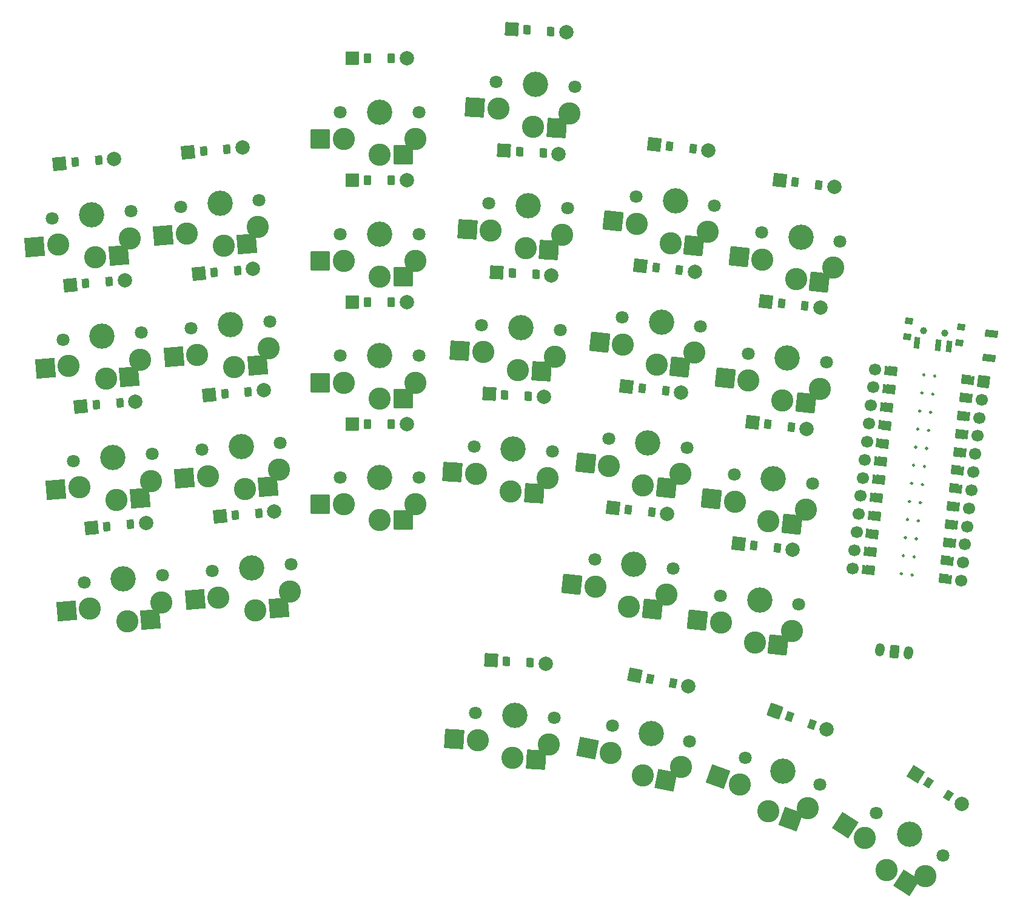
<source format=gbr>
%TF.GenerationSoftware,KiCad,Pcbnew,8.0.5-8.0.5-0~ubuntu22.04.1*%
%TF.CreationDate,2024-10-07T14:19:06+02:00*%
%TF.ProjectId,KeyboardV0,4b657962-6f61-4726-9456-302e6b696361,v1.0.0*%
%TF.SameCoordinates,Original*%
%TF.FileFunction,Soldermask,Bot*%
%TF.FilePolarity,Negative*%
%FSLAX46Y46*%
G04 Gerber Fmt 4.6, Leading zero omitted, Abs format (unit mm)*
G04 Created by KiCad (PCBNEW 8.0.5-8.0.5-0~ubuntu22.04.1) date 2024-10-07 14:19:06*
%MOMM*%
%LPD*%
G01*
G04 APERTURE LIST*
G04 Aperture macros list*
%AMRoundRect*
0 Rectangle with rounded corners*
0 $1 Rounding radius*
0 $2 $3 $4 $5 $6 $7 $8 $9 X,Y pos of 4 corners*
0 Add a 4 corners polygon primitive as box body*
4,1,4,$2,$3,$4,$5,$6,$7,$8,$9,$2,$3,0*
0 Add four circle primitives for the rounded corners*
1,1,$1+$1,$2,$3*
1,1,$1+$1,$4,$5*
1,1,$1+$1,$6,$7*
1,1,$1+$1,$8,$9*
0 Add four rect primitives between the rounded corners*
20,1,$1+$1,$2,$3,$4,$5,0*
20,1,$1+$1,$4,$5,$6,$7,0*
20,1,$1+$1,$6,$7,$8,$9,0*
20,1,$1+$1,$8,$9,$2,$3,0*%
%AMHorizOval*
0 Thick line with rounded ends*
0 $1 width*
0 $2 $3 position (X,Y) of the first rounded end (center of the circle)*
0 $4 $5 position (X,Y) of the second rounded end (center of the circle)*
0 Add line between two ends*
20,1,$1,$2,$3,$4,$5,0*
0 Add two circle primitives to create the rounded ends*
1,1,$1,$2,$3*
1,1,$1,$4,$5*%
%AMFreePoly0*
4,1,16,0.635355,1.035355,0.650000,1.000000,0.650000,-0.250000,0.635355,-0.285355,0.600000,-0.300000,-0.600000,-0.300000,-0.635355,-0.285355,-0.650000,-0.250000,-0.650000,1.000000,-0.635355,1.035355,-0.600000,1.050000,-0.564645,1.035355,0.000000,0.470710,0.564645,1.035355,0.599999,1.050000,0.635355,1.035355,0.635355,1.035355,$1*%
%AMFreePoly1*
4,1,14,0.635355,0.435355,0.650000,0.400000,0.650000,0.200000,0.635355,0.164645,0.035355,-0.435355,0.000000,-0.450000,-0.035355,-0.435355,-0.635356,0.164645,-0.650000,0.200000,-0.650000,0.400000,-0.635355,0.435355,-0.600000,0.450000,0.600000,0.450000,0.635355,0.435355,0.635355,0.435355,$1*%
G04 Aperture macros list end*
%ADD10C,0.250000*%
%ADD11C,0.100000*%
%ADD12C,3.529000*%
%ADD13C,1.801800*%
%ADD14C,3.100000*%
%ADD15RoundRect,0.050000X1.181751X1.408356X-1.408356X1.181751X-1.181751X-1.408356X1.408356X-1.181751X0*%
%ADD16RoundRect,0.050000X1.300000X1.300000X-1.300000X1.300000X-1.300000X-1.300000X1.300000X-1.300000X0*%
%ADD17RoundRect,0.050000X1.376938X1.218212X-1.218212X1.376938X-1.376938X-1.218212X1.218212X-1.376938X0*%
%ADD18RoundRect,0.050000X1.438808X1.144479X-1.144479X1.438808X-1.438808X-1.144479X1.144479X-1.438808X0*%
%ADD19RoundRect,0.050000X1.533080X1.014724X-1.014724X1.533080X-1.533080X-1.014724X1.014724X-1.533080X0*%
%ADD20RoundRect,0.050000X1.659383X0.791485X-0.791485X1.659383X-1.659383X-0.791485X0.791485X-1.659383X0*%
%ADD21RoundRect,0.050000X1.794898X0.397919X-0.397919X1.794898X-1.794898X-0.397919X0.397919X-1.794898X0*%
%ADD22RoundRect,0.050000X-0.395994X-0.636937X0.500581X-0.558497X0.395994X0.636937X-0.500581X0.558497X0*%
%ADD23RoundRect,0.050000X-0.808136X-0.963099X0.963099X-0.808136X0.808136X0.963099X-0.963099X0.808136X0*%
%ADD24C,2.005000*%
%ADD25RoundRect,0.050000X-0.450000X-0.600000X0.450000X-0.600000X0.450000X0.600000X-0.450000X0.600000X0*%
%ADD26RoundRect,0.050000X-0.889000X-0.889000X0.889000X-0.889000X0.889000X0.889000X-0.889000X0.889000X0*%
%ADD27RoundRect,0.050000X-0.485790X-0.571409X0.412532X-0.626353X0.485790X0.571409X-0.412532X0.626353X0*%
%ADD28RoundRect,0.050000X-0.941614X-0.833070X0.833070X-0.941614X0.941614X0.833070X-0.833070X0.941614X0*%
%ADD29RoundRect,0.050000X-0.515029X-0.545202X0.379185X-0.647085X0.515029X0.545202X-0.379185X0.647085X0*%
%ADD30RoundRect,0.050000X-0.983923X-0.782648X0.782648X-0.983923X0.983923X0.782648X-0.782648X0.983923X0*%
%ADD31RoundRect,0.050000X-0.560587X-0.498239X0.321345X-0.677670X0.560587X0.498239X-0.321345X0.677670X0*%
%ADD32RoundRect,0.050000X-1.048391X-0.693915X0.693915X-1.048391X1.048391X0.693915X-0.693915X1.048391X0*%
%ADD33RoundRect,0.050000X-0.624473X-0.415372X0.223905X-0.715798X0.624473X0.415372X-0.223905X0.715798X0*%
%ADD34RoundRect,0.050000X-1.134763X-0.541254X0.541254X-1.134763X1.134763X0.541254X-0.541254X1.134763X0*%
%ADD35RoundRect,0.050000X-0.701906X-0.264250X0.057146X-0.747820X0.701906X0.264250X-0.057146X0.747820X0*%
%ADD36RoundRect,0.050000X-1.227434X-0.272116X0.272116X-1.227434X1.227434X0.272116X-0.272116X1.227434X0*%
%ADD37C,1.700000*%
%ADD38RoundRect,0.050000X-0.704295X0.885420X-0.885420X-0.704295X0.704295X-0.885420X0.885420X0.704295X0*%
%ADD39FreePoly0,83.500000*%
%ADD40FreePoly1,83.500000*%
%ADD41FreePoly1,263.500000*%
%ADD42FreePoly0,263.500000*%
%ADD43C,1.000000*%
%ADD44RoundRect,0.050000X0.432653X0.705558X-0.262848X0.784800X-0.432653X-0.705558X0.262848X-0.784800X0*%
%ADD45RoundRect,0.050000X0.542067X0.340827X-0.451505X0.454030X-0.542067X-0.340827X0.451505X-0.454030X0*%
%ADD46RoundRect,0.050000X0.793595X-0.543330X0.895478X0.350885X-0.793595X0.543330X-0.895478X-0.350885X0*%
%ADD47RoundRect,0.270833X-0.450783X-0.607039X0.302676X-0.692885X0.450783X0.607039X-0.302676X0.692885X0*%
%ADD48HorizOval,1.300000X-0.031131X-0.273232X0.031131X0.273232X0*%
G04 APERTURE END LIST*
D10*
%TO.C,MCU1*%
X258739120Y-149293334D02*
G75*
G02*
X258489122Y-149293334I-124999J0D01*
G01*
X258489122Y-149293334D02*
G75*
G02*
X258739120Y-149293334I124999J0D01*
G01*
X260253325Y-149465856D02*
G75*
G02*
X260003325Y-149465856I-125000J0D01*
G01*
X260003325Y-149465856D02*
G75*
G02*
X260253325Y-149465856I125000J0D01*
G01*
X259026659Y-146769661D02*
G75*
G02*
X258776657Y-146769661I-125001J0D01*
G01*
X258776657Y-146769661D02*
G75*
G02*
X259026659Y-146769661I125001J0D01*
G01*
X260540861Y-146942183D02*
G75*
G02*
X260290861Y-146942183I-125000J0D01*
G01*
X260290861Y-146942183D02*
G75*
G02*
X260540861Y-146942183I125000J0D01*
G01*
X259314194Y-144245989D02*
G75*
G02*
X259064194Y-144245989I-125000J0D01*
G01*
X259064194Y-144245989D02*
G75*
G02*
X259314194Y-144245989I125000J0D01*
G01*
X260828396Y-144418511D02*
G75*
G02*
X260578398Y-144418511I-124999J0D01*
G01*
X260578398Y-144418511D02*
G75*
G02*
X260828396Y-144418511I124999J0D01*
G01*
X259601731Y-141722316D02*
G75*
G02*
X259351729Y-141722316I-125001J0D01*
G01*
X259351729Y-141722316D02*
G75*
G02*
X259601731Y-141722316I125001J0D01*
G01*
X261115933Y-141894838D02*
G75*
G02*
X260865933Y-141894838I-125000J0D01*
G01*
X260865933Y-141894838D02*
G75*
G02*
X261115933Y-141894838I125000J0D01*
G01*
X259889265Y-139198644D02*
G75*
G02*
X259639267Y-139198644I-124999J0D01*
G01*
X259639267Y-139198644D02*
G75*
G02*
X259889265Y-139198644I124999J0D01*
G01*
X261403470Y-139371166D02*
G75*
G02*
X261153470Y-139371166I-125000J0D01*
G01*
X261153470Y-139371166D02*
G75*
G02*
X261403470Y-139371166I125000J0D01*
G01*
X260176802Y-136674971D02*
G75*
G02*
X259926802Y-136674971I-125000J0D01*
G01*
X259926802Y-136674971D02*
G75*
G02*
X260176802Y-136674971I125000J0D01*
G01*
X261691007Y-136847493D02*
G75*
G02*
X261441005Y-136847493I-125001J0D01*
G01*
X261441005Y-136847493D02*
G75*
G02*
X261691007Y-136847493I125001J0D01*
G01*
X260464337Y-134151299D02*
G75*
G02*
X260214339Y-134151299I-124999J0D01*
G01*
X260214339Y-134151299D02*
G75*
G02*
X260464337Y-134151299I124999J0D01*
G01*
X261978542Y-134323821D02*
G75*
G02*
X261728542Y-134323821I-125000J0D01*
G01*
X261728542Y-134323821D02*
G75*
G02*
X261978542Y-134323821I125000J0D01*
G01*
X260751874Y-131627626D02*
G75*
G02*
X260501874Y-131627626I-125000J0D01*
G01*
X260501874Y-131627626D02*
G75*
G02*
X260751874Y-131627626I125000J0D01*
G01*
X262266078Y-131800148D02*
G75*
G02*
X262016078Y-131800148I-125000J0D01*
G01*
X262016078Y-131800148D02*
G75*
G02*
X262266078Y-131800148I125000J0D01*
G01*
X261039411Y-129103954D02*
G75*
G02*
X260789411Y-129103954I-125000J0D01*
G01*
X260789411Y-129103954D02*
G75*
G02*
X261039411Y-129103954I125000J0D01*
G01*
X262553613Y-129276476D02*
G75*
G02*
X262303615Y-129276476I-124999J0D01*
G01*
X262303615Y-129276476D02*
G75*
G02*
X262553613Y-129276476I124999J0D01*
G01*
X261326948Y-126580281D02*
G75*
G02*
X261076946Y-126580281I-125001J0D01*
G01*
X261076946Y-126580281D02*
G75*
G02*
X261326948Y-126580281I125001J0D01*
G01*
X262841150Y-126752803D02*
G75*
G02*
X262591150Y-126752803I-125000J0D01*
G01*
X262591150Y-126752803D02*
G75*
G02*
X262841150Y-126752803I125000J0D01*
G01*
X263128685Y-124229131D02*
G75*
G02*
X262878687Y-124229131I-124999J0D01*
G01*
X262878687Y-124229131D02*
G75*
G02*
X263128685Y-124229131I124999J0D01*
G01*
X261614482Y-124056609D02*
G75*
G02*
X261364484Y-124056609I-124999J0D01*
G01*
X261364484Y-124056609D02*
G75*
G02*
X261614482Y-124056609I124999J0D01*
G01*
X261902019Y-121532936D02*
G75*
G02*
X261652019Y-121532936I-125000J0D01*
G01*
X261652019Y-121532936D02*
G75*
G02*
X261902019Y-121532936I125000J0D01*
G01*
X263416224Y-121705458D02*
G75*
G02*
X263166222Y-121705458I-125001J0D01*
G01*
X263166222Y-121705458D02*
G75*
G02*
X263416224Y-121705458I125001J0D01*
G01*
D11*
X265485544Y-149564947D02*
X265370530Y-150574416D01*
X264361061Y-150459402D01*
X264476075Y-149449933D01*
X265485544Y-149564947D01*
G36*
X265485544Y-149564947D02*
G01*
X265370530Y-150574416D01*
X264361061Y-150459402D01*
X264476075Y-149449933D01*
X265485544Y-149564947D01*
G37*
X265773081Y-147041275D02*
X265658066Y-148050744D01*
X264648597Y-147935729D01*
X264763612Y-146926260D01*
X265773081Y-147041275D01*
G36*
X265773081Y-147041275D02*
G01*
X265658066Y-148050744D01*
X264648597Y-147935729D01*
X264763612Y-146926260D01*
X265773081Y-147041275D01*
G37*
X266060617Y-144517602D02*
X265945602Y-145527071D01*
X264936133Y-145412057D01*
X265051148Y-144402588D01*
X266060617Y-144517602D01*
G36*
X266060617Y-144517602D02*
G01*
X265945602Y-145527071D01*
X264936133Y-145412057D01*
X265051148Y-144402588D01*
X266060617Y-144517602D01*
G37*
X266348153Y-141993930D02*
X266233138Y-143003399D01*
X265223669Y-142888384D01*
X265338684Y-141878915D01*
X266348153Y-141993930D01*
G36*
X266348153Y-141993930D02*
G01*
X266233138Y-143003399D01*
X265223669Y-142888384D01*
X265338684Y-141878915D01*
X266348153Y-141993930D01*
G37*
X266635689Y-139470257D02*
X266520675Y-140479726D01*
X265511206Y-140364712D01*
X265626220Y-139355243D01*
X266635689Y-139470257D01*
G36*
X266635689Y-139470257D02*
G01*
X266520675Y-140479726D01*
X265511206Y-140364712D01*
X265626220Y-139355243D01*
X266635689Y-139470257D01*
G37*
X266923225Y-136946585D02*
X266808211Y-137956054D01*
X265798742Y-137841039D01*
X265913756Y-136831570D01*
X266923225Y-136946585D01*
G36*
X266923225Y-136946585D02*
G01*
X266808211Y-137956054D01*
X265798742Y-137841039D01*
X265913756Y-136831570D01*
X266923225Y-136946585D01*
G37*
X267210761Y-134422912D02*
X267095747Y-135432381D01*
X266086278Y-135317367D01*
X266201292Y-134307898D01*
X267210761Y-134422912D01*
G36*
X267210761Y-134422912D02*
G01*
X267095747Y-135432381D01*
X266086278Y-135317367D01*
X266201292Y-134307898D01*
X267210761Y-134422912D01*
G37*
X267498298Y-131899240D02*
X267383283Y-132908709D01*
X266373814Y-132793694D01*
X266488829Y-131784225D01*
X267498298Y-131899240D01*
G36*
X267498298Y-131899240D02*
G01*
X267383283Y-132908709D01*
X266373814Y-132793694D01*
X266488829Y-131784225D01*
X267498298Y-131899240D01*
G37*
X267785834Y-129375567D02*
X267670819Y-130385036D01*
X266661350Y-130270022D01*
X266776365Y-129260553D01*
X267785834Y-129375567D01*
G36*
X267785834Y-129375567D02*
G01*
X267670819Y-130385036D01*
X266661350Y-130270022D01*
X266776365Y-129260553D01*
X267785834Y-129375567D01*
G37*
X268073370Y-126851894D02*
X267958355Y-127861363D01*
X266948886Y-127746349D01*
X267063901Y-126736880D01*
X268073370Y-126851894D01*
G36*
X268073370Y-126851894D02*
G01*
X267958355Y-127861363D01*
X266948886Y-127746349D01*
X267063901Y-126736880D01*
X268073370Y-126851894D01*
G37*
X268360906Y-124328222D02*
X268245892Y-125337691D01*
X267236423Y-125222677D01*
X267351437Y-124213208D01*
X268360906Y-124328222D01*
G36*
X268360906Y-124328222D02*
G01*
X268245892Y-125337691D01*
X267236423Y-125222677D01*
X267351437Y-124213208D01*
X268360906Y-124328222D01*
G37*
X268648442Y-121804549D02*
X268533428Y-122814018D01*
X267523959Y-122699004D01*
X267638973Y-121689535D01*
X268648442Y-121804549D01*
G36*
X268648442Y-121804549D02*
G01*
X268533428Y-122814018D01*
X267523959Y-122699004D01*
X267638973Y-121689535D01*
X268648442Y-121804549D01*
G37*
X254381385Y-148299788D02*
X254266371Y-149309257D01*
X253256902Y-149194243D01*
X253371916Y-148184774D01*
X254381385Y-148299788D01*
G36*
X254381385Y-148299788D02*
G01*
X254266371Y-149309257D01*
X253256902Y-149194243D01*
X253371916Y-148184774D01*
X254381385Y-148299788D01*
G37*
X254668921Y-145776115D02*
X254553907Y-146785584D01*
X253544438Y-146670570D01*
X253659452Y-145661101D01*
X254668921Y-145776115D01*
G36*
X254668921Y-145776115D02*
G01*
X254553907Y-146785584D01*
X253544438Y-146670570D01*
X253659452Y-145661101D01*
X254668921Y-145776115D01*
G37*
X254956458Y-143252443D02*
X254841443Y-144261912D01*
X253831974Y-144146898D01*
X253946989Y-143137429D01*
X254956458Y-143252443D01*
G36*
X254956458Y-143252443D02*
G01*
X254841443Y-144261912D01*
X253831974Y-144146898D01*
X253946989Y-143137429D01*
X254956458Y-143252443D01*
G37*
X255243994Y-140728770D02*
X255128979Y-141738239D01*
X254119510Y-141623225D01*
X254234525Y-140613756D01*
X255243994Y-140728770D01*
G36*
X255243994Y-140728770D02*
G01*
X255128979Y-141738239D01*
X254119510Y-141623225D01*
X254234525Y-140613756D01*
X255243994Y-140728770D01*
G37*
X255531530Y-138205098D02*
X255416515Y-139214567D01*
X254407046Y-139099552D01*
X254522061Y-138090083D01*
X255531530Y-138205098D01*
G36*
X255531530Y-138205098D02*
G01*
X255416515Y-139214567D01*
X254407046Y-139099552D01*
X254522061Y-138090083D01*
X255531530Y-138205098D01*
G37*
X255819066Y-135681425D02*
X255704052Y-136690894D01*
X254694583Y-136575880D01*
X254809597Y-135566411D01*
X255819066Y-135681425D01*
G36*
X255819066Y-135681425D02*
G01*
X255704052Y-136690894D01*
X254694583Y-136575880D01*
X254809597Y-135566411D01*
X255819066Y-135681425D01*
G37*
X256106602Y-133157753D02*
X255991588Y-134167222D01*
X254982119Y-134052207D01*
X255097133Y-133042738D01*
X256106602Y-133157753D01*
G36*
X256106602Y-133157753D02*
G01*
X255991588Y-134167222D01*
X254982119Y-134052207D01*
X255097133Y-133042738D01*
X256106602Y-133157753D01*
G37*
X256394138Y-130634080D02*
X256279124Y-131643549D01*
X255269655Y-131528535D01*
X255384669Y-130519066D01*
X256394138Y-130634080D01*
G36*
X256394138Y-130634080D02*
G01*
X256279124Y-131643549D01*
X255269655Y-131528535D01*
X255384669Y-130519066D01*
X256394138Y-130634080D01*
G37*
X256681675Y-128110408D02*
X256566660Y-129119877D01*
X255557191Y-129004862D01*
X255672206Y-127995393D01*
X256681675Y-128110408D01*
G36*
X256681675Y-128110408D02*
G01*
X256566660Y-129119877D01*
X255557191Y-129004862D01*
X255672206Y-127995393D01*
X256681675Y-128110408D01*
G37*
X256969211Y-125586735D02*
X256854196Y-126596204D01*
X255844727Y-126481190D01*
X255959742Y-125471721D01*
X256969211Y-125586735D01*
G36*
X256969211Y-125586735D02*
G01*
X256854196Y-126596204D01*
X255844727Y-126481190D01*
X255959742Y-125471721D01*
X256969211Y-125586735D01*
G37*
X257256747Y-123063063D02*
X257141732Y-124072532D01*
X256132263Y-123957517D01*
X256247278Y-122948048D01*
X257256747Y-123063063D01*
G36*
X257256747Y-123063063D02*
G01*
X257141732Y-124072532D01*
X256132263Y-123957517D01*
X256247278Y-122948048D01*
X257256747Y-123063063D01*
G37*
X257544283Y-120539390D02*
X257429269Y-121548859D01*
X256419800Y-121433845D01*
X256534814Y-120424376D01*
X257544283Y-120539390D01*
G36*
X257544283Y-120539390D02*
G01*
X257429269Y-121548859D01*
X256419800Y-121433845D01*
X256534814Y-120424376D01*
X257544283Y-120539390D01*
G37*
%TD*%
D12*
%TO.C,S1*%
X150000000Y-150000000D03*
D13*
X144520929Y-150479357D03*
X155479071Y-149520643D03*
D14*
X145345861Y-154171509D03*
X150518577Y-155927358D03*
D15*
X153781114Y-155641923D03*
X142083323Y-154456944D03*
D14*
X155307808Y-153299951D03*
X150518577Y-155927358D03*
%TD*%
D12*
%TO.C,S2*%
X148518352Y-133064690D03*
D13*
X143039281Y-133544047D03*
X153997423Y-132585333D03*
D14*
X143864213Y-137236199D03*
X149036929Y-138992048D03*
D15*
X152299466Y-138706613D03*
X140601675Y-137521634D03*
D14*
X153826160Y-136364641D03*
X149036929Y-138992048D03*
%TD*%
D12*
%TO.C,S3*%
X147036705Y-116129380D03*
D13*
X141557634Y-116608737D03*
X152515776Y-115650023D03*
D14*
X142382566Y-120300889D03*
X147555282Y-122056738D03*
D15*
X150817819Y-121771303D03*
X139120028Y-120586324D03*
D14*
X152344513Y-119429331D03*
X147555282Y-122056738D03*
%TD*%
D12*
%TO.C,S4*%
X145555057Y-99194070D03*
D13*
X140075986Y-99673427D03*
X151034128Y-98714713D03*
D14*
X140900918Y-103365579D03*
X146073634Y-105121428D03*
D15*
X149336171Y-104835993D03*
X137638380Y-103651014D03*
D14*
X150862865Y-102494021D03*
X146073634Y-105121428D03*
%TD*%
D12*
%TO.C,S5*%
X167931505Y-148431197D03*
D13*
X162452434Y-148910554D03*
X173410576Y-147951840D03*
D14*
X163277366Y-152602706D03*
X168450082Y-154358555D03*
D15*
X171712619Y-154073120D03*
X160014828Y-152888141D03*
D14*
X173239313Y-151731148D03*
X168450082Y-154358555D03*
%TD*%
D12*
%TO.C,S6*%
X166449857Y-131495887D03*
D13*
X160970786Y-131975244D03*
X171928928Y-131016530D03*
D14*
X161795718Y-135667396D03*
X166968434Y-137423245D03*
D15*
X170230971Y-137137810D03*
X158533180Y-135952831D03*
D14*
X171757665Y-134795838D03*
X166968434Y-137423245D03*
%TD*%
D12*
%TO.C,S7*%
X164968209Y-114560577D03*
D13*
X159489138Y-115039934D03*
X170447280Y-114081220D03*
D14*
X160314070Y-118732086D03*
X165486786Y-120487935D03*
D15*
X168749323Y-120202500D03*
X157051532Y-119017521D03*
D14*
X170276017Y-117860528D03*
X165486786Y-120487935D03*
%TD*%
D12*
%TO.C,S8*%
X163486562Y-97625267D03*
D13*
X158007491Y-98104624D03*
X168965633Y-97145910D03*
D14*
X158832423Y-101796776D03*
X164005139Y-103552625D03*
D15*
X167267676Y-103267190D03*
X155569885Y-102082211D03*
D14*
X168794370Y-100925218D03*
X164005139Y-103552625D03*
%TD*%
D12*
%TO.C,S9*%
X185775853Y-135866199D03*
D13*
X180275853Y-135866199D03*
X191275853Y-135866199D03*
D14*
X180775853Y-139616199D03*
X185775853Y-141816199D03*
D16*
X189050853Y-141816199D03*
X177500853Y-139616199D03*
D14*
X190775853Y-139616199D03*
X185775853Y-141816199D03*
%TD*%
D12*
%TO.C,S10*%
X185775853Y-118866199D03*
D13*
X180275853Y-118866199D03*
X191275853Y-118866199D03*
D14*
X180775853Y-122616199D03*
X185775853Y-124816199D03*
D16*
X189050853Y-124816199D03*
X177500853Y-122616199D03*
D14*
X190775853Y-122616199D03*
X185775853Y-124816199D03*
%TD*%
D12*
%TO.C,S11*%
X185775853Y-101866199D03*
D13*
X180275853Y-101866199D03*
X191275853Y-101866199D03*
D14*
X180775853Y-105616199D03*
X185775853Y-107816199D03*
D16*
X189050853Y-107816199D03*
X177500853Y-105616199D03*
D14*
X190775853Y-105616199D03*
X185775853Y-107816199D03*
%TD*%
D12*
%TO.C,S12*%
X185775853Y-84866199D03*
D13*
X180275853Y-84866199D03*
X191275853Y-84866199D03*
D14*
X180775853Y-88616199D03*
X185775853Y-90816199D03*
D16*
X189050853Y-90816199D03*
X177500853Y-88616199D03*
D14*
X190775853Y-88616199D03*
X185775853Y-90816199D03*
%TD*%
D12*
%TO.C,S13*%
X204447387Y-131886716D03*
D13*
X198957646Y-131550949D03*
X209937128Y-132222483D03*
D14*
X199227781Y-135324479D03*
X204084148Y-137825618D03*
D17*
X207353040Y-138025552D03*
X195958890Y-135124545D03*
D14*
X209209129Y-135934964D03*
X204084148Y-137825618D03*
%TD*%
D12*
%TO.C,S14*%
X205485213Y-114918424D03*
D13*
X199995472Y-114582657D03*
X210974954Y-115254191D03*
D14*
X200265607Y-118356187D03*
X205121974Y-120857326D03*
D17*
X208390866Y-121057260D03*
X196996716Y-118156253D03*
D14*
X210246955Y-118966672D03*
X205121974Y-120857326D03*
%TD*%
D12*
%TO.C,S15*%
X206523038Y-97950133D03*
D13*
X201033297Y-97614366D03*
X212012779Y-98285900D03*
D14*
X201303432Y-101387896D03*
X206159799Y-103889035D03*
D17*
X209428691Y-104088969D03*
X198034541Y-101187962D03*
D14*
X211284780Y-101998381D03*
X206159799Y-103889035D03*
%TD*%
D12*
%TO.C,S16*%
X207560863Y-80981841D03*
D13*
X202071122Y-80646074D03*
X213050604Y-81317608D03*
D14*
X202341257Y-84419604D03*
X207197624Y-86920743D03*
D17*
X210466516Y-87120677D03*
X199072366Y-84219670D03*
D14*
X212322605Y-85030089D03*
X207197624Y-86920743D03*
%TD*%
D12*
%TO.C,S17*%
X221289467Y-147939360D03*
D13*
X215824822Y-147316742D03*
X226754112Y-148561978D03*
D14*
X215897096Y-151099238D03*
X220615908Y-153851113D03*
D18*
X223869856Y-154221853D03*
X212643148Y-150728498D03*
D14*
X225832814Y-152231271D03*
X220615908Y-153851113D03*
%TD*%
D12*
%TO.C,S18*%
X223213922Y-131048638D03*
D13*
X217749277Y-130426020D03*
X228678567Y-131671256D03*
D14*
X217821551Y-134208516D03*
X222540363Y-136960391D03*
D18*
X225794311Y-137331131D03*
X214567603Y-133837776D03*
D14*
X227757269Y-135340549D03*
X222540363Y-136960391D03*
%TD*%
D12*
%TO.C,S19*%
X225138376Y-114157917D03*
D13*
X219673731Y-113535299D03*
X230603021Y-114780535D03*
D14*
X219746005Y-117317795D03*
X224464817Y-120069670D03*
D18*
X227718765Y-120440410D03*
X216492057Y-116947055D03*
D14*
X229681723Y-118449828D03*
X224464817Y-120069670D03*
%TD*%
D12*
%TO.C,S20*%
X227062831Y-97267195D03*
D13*
X221598186Y-96644577D03*
X232527476Y-97889813D03*
D14*
X221670460Y-100427073D03*
X226389272Y-103178948D03*
D18*
X229643220Y-103549688D03*
X218416512Y-100056333D03*
D14*
X231606178Y-101559106D03*
X226389272Y-103178948D03*
%TD*%
D12*
%TO.C,S21*%
X238834151Y-152957733D03*
D13*
X233369506Y-152335115D03*
X244298796Y-153580351D03*
D14*
X233441780Y-156117611D03*
X238160592Y-158869486D03*
D18*
X241414540Y-159240226D03*
X230187832Y-155746871D03*
D14*
X243377498Y-157249644D03*
X238160592Y-158869486D03*
%TD*%
D12*
%TO.C,S22*%
X240758605Y-136067011D03*
D13*
X235293960Y-135444393D03*
X246223250Y-136689629D03*
D14*
X235366234Y-139226889D03*
X240085046Y-141978764D03*
D18*
X243338994Y-142349504D03*
X232112286Y-138856149D03*
D14*
X245301952Y-140358922D03*
X240085046Y-141978764D03*
%TD*%
D12*
%TO.C,S23*%
X242683060Y-119176290D03*
D13*
X237218415Y-118553672D03*
X248147705Y-119798908D03*
D14*
X237290689Y-122336168D03*
X242009501Y-125088043D03*
D18*
X245263449Y-125458783D03*
X234036741Y-121965428D03*
D14*
X247226407Y-123468201D03*
X242009501Y-125088043D03*
%TD*%
D12*
%TO.C,S24*%
X244607514Y-102285568D03*
D13*
X239142869Y-101662950D03*
X250072159Y-102908186D03*
D14*
X239215143Y-105445446D03*
X243933955Y-108197321D03*
D18*
X247187903Y-108568061D03*
X235961195Y-105074706D03*
D14*
X249150861Y-106577479D03*
X243933955Y-108197321D03*
%TD*%
D12*
%TO.C,S25*%
X204677824Y-169070138D03*
D13*
X199188083Y-168734371D03*
X210167565Y-169405905D03*
D14*
X199458218Y-172507901D03*
X204314585Y-175009040D03*
D17*
X207583477Y-175208974D03*
X196189327Y-172307967D03*
D14*
X209439566Y-173118386D03*
X204314585Y-175009040D03*
%TD*%
D12*
%TO.C,S26*%
X223678910Y-171604100D03*
D13*
X218289324Y-170507576D03*
X229068496Y-172700624D03*
D14*
X218031657Y-174281978D03*
X222492671Y-177434652D03*
D19*
X225701924Y-178087582D03*
X214822403Y-173629048D03*
D14*
X227830904Y-176275657D03*
X222492671Y-177434652D03*
%TD*%
D12*
%TO.C,S27*%
X242060271Y-176826989D03*
D13*
X236875743Y-174991051D03*
X247244799Y-178662927D03*
D14*
X236095288Y-178692860D03*
X240074120Y-182435706D03*
D20*
X243161271Y-183528923D03*
X233008137Y-177599643D03*
D14*
X245521703Y-182030929D03*
X240074120Y-182435706D03*
%TD*%
D12*
%TO.C,S28*%
X259786138Y-185650055D03*
D13*
X255147485Y-182694907D03*
X264424791Y-188605203D03*
D14*
X253554307Y-186126275D03*
X256589205Y-190668234D03*
D21*
X259351312Y-192427890D03*
X250792200Y-184366619D03*
D14*
X261988222Y-191499271D03*
X256589205Y-190668234D03*
%TD*%
D22*
%TO.C,D1*%
X150990053Y-142384733D03*
X147702611Y-142672347D03*
D23*
X145550830Y-142860603D03*
D24*
X153141834Y-142196477D03*
%TD*%
D22*
%TO.C,D2*%
X149508405Y-125449423D03*
X146220963Y-125737037D03*
D23*
X144069182Y-125925293D03*
D24*
X151660186Y-125261167D03*
%TD*%
D22*
%TO.C,D3*%
X148026758Y-108514113D03*
X144739316Y-108801727D03*
D23*
X142587535Y-108989983D03*
D24*
X150178539Y-108325857D03*
%TD*%
D22*
%TO.C,D4*%
X146545110Y-91578803D03*
X143257668Y-91866417D03*
D23*
X141105887Y-92054673D03*
D24*
X148696891Y-91390547D03*
%TD*%
D22*
%TO.C,D5*%
X168921558Y-140815929D03*
X165634116Y-141103543D03*
D23*
X163482335Y-141291799D03*
D24*
X171073339Y-140627673D03*
%TD*%
D22*
%TO.C,D6*%
X167439910Y-123880620D03*
X164152468Y-124168234D03*
D23*
X162000687Y-124356490D03*
D24*
X169591691Y-123692364D03*
%TD*%
D22*
%TO.C,D7*%
X165958262Y-106945310D03*
X162670820Y-107232924D03*
D23*
X160519039Y-107421180D03*
D24*
X168110043Y-106757054D03*
%TD*%
D22*
%TO.C,D8*%
X164476615Y-90010000D03*
X161189173Y-90297614D03*
D23*
X159037392Y-90485870D03*
D24*
X166628396Y-89821744D03*
%TD*%
D25*
%TO.C,D9*%
X187425853Y-128366199D03*
X184125853Y-128366199D03*
D26*
X181965853Y-128366199D03*
D24*
X189585853Y-128366199D03*
%TD*%
D25*
%TO.C,D10*%
X187425853Y-111366199D03*
X184125853Y-111366199D03*
D26*
X181965853Y-111366199D03*
D24*
X189585853Y-111366199D03*
%TD*%
D25*
%TO.C,D11*%
X187425853Y-94366199D03*
X184125853Y-94366199D03*
D26*
X181965853Y-94366199D03*
D24*
X189585853Y-94366199D03*
%TD*%
D25*
%TO.C,D12*%
X187425853Y-77366199D03*
X184125853Y-77366199D03*
D26*
X181965853Y-77366199D03*
D24*
X189585853Y-77366199D03*
%TD*%
D27*
%TO.C,D13*%
X206552173Y-124501435D03*
X203258329Y-124299975D03*
D28*
X201102357Y-124168110D03*
D24*
X208708145Y-124633300D03*
%TD*%
D27*
%TO.C,D14*%
X207589999Y-107533143D03*
X204296155Y-107331683D03*
D28*
X202140183Y-107199818D03*
D24*
X209745971Y-107665008D03*
%TD*%
D27*
%TO.C,D15*%
X208627824Y-90564851D03*
X205333980Y-90363391D03*
D28*
X203178008Y-90231526D03*
D24*
X210783796Y-90696716D03*
%TD*%
D27*
%TO.C,D16*%
X209665649Y-73596560D03*
X206371805Y-73395100D03*
D28*
X204215833Y-73263235D03*
D24*
X211821621Y-73728425D03*
%TD*%
D29*
%TO.C,D17*%
X223777885Y-140674356D03*
X220499097Y-140300786D03*
D30*
X218352982Y-140056267D03*
D24*
X225924000Y-140918875D03*
%TD*%
D29*
%TO.C,D18*%
X225702340Y-123783634D03*
X222423552Y-123410064D03*
D30*
X220277437Y-123165545D03*
D24*
X227848455Y-124028153D03*
%TD*%
D29*
%TO.C,D19*%
X227626794Y-106892913D03*
X224348006Y-106519343D03*
D30*
X222201891Y-106274824D03*
D24*
X229772909Y-107137432D03*
%TD*%
D29*
%TO.C,D20*%
X229551249Y-90002191D03*
X226272461Y-89628621D03*
D30*
X224126346Y-89384102D03*
D24*
X231697364Y-90246710D03*
%TD*%
D29*
%TO.C,D21*%
X241322569Y-145692729D03*
X238043781Y-145319159D03*
D30*
X235897666Y-145074640D03*
D24*
X243468684Y-145937248D03*
%TD*%
D29*
%TO.C,D22*%
X243247023Y-128802008D03*
X239968235Y-128428438D03*
D30*
X237822120Y-128183919D03*
D24*
X245393138Y-129046527D03*
%TD*%
D29*
%TO.C,D23*%
X245171478Y-111911286D03*
X241892690Y-111537716D03*
D30*
X239746575Y-111293197D03*
D24*
X247317593Y-112155805D03*
%TD*%
D29*
%TO.C,D24*%
X247095933Y-95020565D03*
X243817145Y-94646995D03*
D30*
X241671030Y-94402476D03*
D24*
X249242048Y-95265084D03*
%TD*%
D27*
%TO.C,D25*%
X206782610Y-161684857D03*
X203488766Y-161483397D03*
D28*
X201332794Y-161351532D03*
D24*
X208938582Y-161816722D03*
%TD*%
D31*
%TO.C,D26*%
X226791046Y-164583622D03*
X223557294Y-163925708D03*
D32*
X221440657Y-163495073D03*
D24*
X228907683Y-165014257D03*
%TD*%
D33*
%TO.C,D27*%
X246119180Y-170307958D03*
X243008464Y-169206396D03*
D34*
X240972358Y-168485373D03*
D24*
X248155286Y-171028981D03*
%TD*%
D35*
%TO.C,D28*%
X265207481Y-180211163D03*
X262424289Y-178438075D03*
D36*
X260602564Y-177277507D03*
D24*
X267029206Y-181371731D03*
%TD*%
D37*
%TO.C,MCU1*%
X254963103Y-120756589D03*
X254675567Y-123280261D03*
X254388031Y-125803934D03*
X254100495Y-128327606D03*
X253812959Y-130851279D03*
X253525423Y-133374951D03*
X253237886Y-135898624D03*
X252950350Y-138422296D03*
X252662814Y-140945969D03*
X252375278Y-143469641D03*
X252087742Y-145993314D03*
X251800206Y-148516986D03*
X266942241Y-150242203D03*
X267229777Y-147718531D03*
X267517313Y-145194858D03*
X267804849Y-142671186D03*
X268092385Y-140147513D03*
X268379921Y-137623841D03*
X268667458Y-135100168D03*
X268954994Y-132576496D03*
X269242530Y-130052823D03*
X269530066Y-127529151D03*
X269817602Y-125005478D03*
X270105138Y-122481806D03*
D38*
X270105138Y-122481806D03*
D39*
X257739143Y-121072878D03*
D40*
X256729674Y-120957864D03*
X256442138Y-123481537D03*
D39*
X257451607Y-123596551D03*
D40*
X256154602Y-126005209D03*
D39*
X257164071Y-126120223D03*
D40*
X255867066Y-128528882D03*
D39*
X256876535Y-128643896D03*
D40*
X255579529Y-131052554D03*
D39*
X256588998Y-131167569D03*
D40*
X255291993Y-133576227D03*
D39*
X256301462Y-133691241D03*
D40*
X255004457Y-136099899D03*
D39*
X256013926Y-136214914D03*
D40*
X254716921Y-138623572D03*
D39*
X255726390Y-138738586D03*
D40*
X254429385Y-141147244D03*
D39*
X255438854Y-141262259D03*
D40*
X254141849Y-143670917D03*
D39*
X255151318Y-143785931D03*
D40*
X253854312Y-146194589D03*
D39*
X254863781Y-146309604D03*
D40*
X253566776Y-148718262D03*
D39*
X254576245Y-148833276D03*
D41*
X268338568Y-122280530D03*
D42*
X267329099Y-122165516D03*
X267041563Y-124689188D03*
D41*
X268051032Y-124804203D03*
D42*
X266754026Y-127212861D03*
D41*
X267763495Y-127327875D03*
D42*
X266466490Y-129736533D03*
D41*
X267475959Y-129851548D03*
D42*
X266178954Y-132260206D03*
D41*
X267188423Y-132375220D03*
D42*
X265891418Y-134783878D03*
D41*
X266900887Y-134898893D03*
D42*
X265603882Y-137307551D03*
D41*
X266613351Y-137422565D03*
D42*
X265316346Y-139831223D03*
D41*
X266325815Y-139946238D03*
D42*
X265028809Y-142354896D03*
D41*
X266038278Y-142469910D03*
D42*
X264741273Y-144878569D03*
D41*
X265750742Y-144993583D03*
D42*
X264453737Y-147402241D03*
D41*
X265463206Y-147517255D03*
D42*
X264166201Y-149925914D03*
D41*
X265175670Y-150040928D03*
%TD*%
D43*
%TO.C,*%
X264717282Y-115708342D03*
X261736566Y-115368732D03*
X264717282Y-115708342D03*
X261736566Y-115368732D03*
D44*
X260792150Y-117032517D03*
X263772865Y-117372126D03*
X265263223Y-117541931D03*
D45*
X259724910Y-114032417D03*
X266977985Y-114858800D03*
X266727806Y-117054594D03*
X259474731Y-116228210D03*
%TD*%
D46*
%TO.C,*%
X270865323Y-119166550D03*
X271250213Y-115788406D03*
%TD*%
D47*
%TO.C,_3*%
X257642786Y-160133055D03*
D48*
X259629930Y-160359461D03*
X255655642Y-159906649D03*
%TD*%
M02*

</source>
